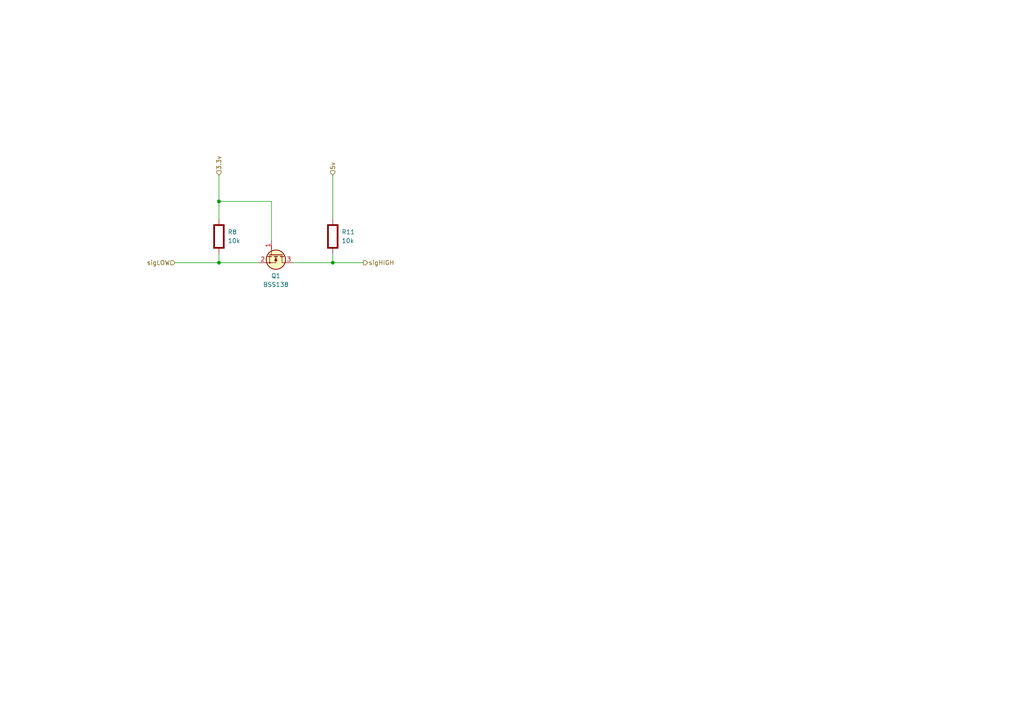
<source format=kicad_sch>
(kicad_sch (version 20250114) (generator "eeschema") (generator_version "9.0")
  (paper "A4")
  (lib_symbols
    (symbol "PCM_Elektuur:R" (pin_numbers (hide yes)) (pin_names (offset 0) (hide yes))
      (property "Reference" "R" (at 2.54 3.175 0))
      (property "Value" "R" (at 0 0 90))
      (symbol "R_1_1"
        (polyline (pts (xy -1.524 -3.429) (xy 1.524 -3.429) (xy 1.524 3.429) (xy -1.524 3.429) (xy -1.524 -3.429) (xy -1.27 -3.175) (xy -1.27 3.175) (xy 1.27 3.175) (xy 1.27 -3.175) (xy -1.27 -3.175) (xy -1.524 -3.429)) (stroke (width 0.254)) (fill (type outline)))
        (pin passive line (at 0 5.08 270) (length 1.651) (name "+") (number "1"))
        (pin passive line (at 0 -5.08 90) (length 1.651) (name "-") (number "2"))
      )
      (symbol "R_1_2"
        (polyline (pts (xy -0.508 -3.429) (xy 1.524 -3.429) (xy 1.524 3.429) (xy -0.508 3.429) (xy -0.508 3.175) (xy 1.27 3.175) (xy 1.27 -3.175) (xy -0.508 -3.175) (xy -0.508 -3.429)) (stroke (width 0.254)) (fill (type outline)))
        (pin passive line (at 0 5.08 270) (length 1.651) (name "+") (number "1"))
        (pin passive line (at 0 -5.08 90) (length 1.651) (name "-") (number "2"))
      )
      (symbol "R_1_3"
        (polyline (pts (xy 0 3.4798) (xy 0 3.2004) (xy 0.7112 2.794) (xy -1.1938 1.6764) (xy 0.7112 0.5588) (xy -1.1938 -0.5588) (xy 0.7112 -1.6764) (xy -1.1938 -2.794) (xy 0 -3.4798) (xy 0 -3.2004) (xy -0.7112 -2.794) (xy 1.1938 -1.6764) (xy -0.7112 -0.5588) (xy 1.1938 0.5588) (xy -0.7112 1.6764) (xy 1.1938 2.794) (xy 0 3.4798)) (stroke (width 0.254)) (fill (type outline)))
        (pin passive line (at 0 5.08 270) (length 1.6002) (name "+") (number "1"))
        (pin passive line (at 0 -5.08 90) (length 1.6002) (name "-") (number "2"))
      )
      (symbol "R_1_4"
        (polyline (pts (xy 0 4.5466) (xy 0 4.2672) (xy 0.0508 4.2418) (xy 1.016 3.683) (xy -1.524 2.2098) (xy 1.016 0.7366) (xy -1.524 -0.7366) (xy 1.016 -2.2098) (xy -1.524 -3.683) (xy -0.0762 -4.5212) (xy 0 -4.5466) (xy 0 -4.2672) (xy -0.0508 -4.2418) (xy -1.016 -3.683) (xy 1.524 -2.2098) (xy -1.016 -0.7366) (xy 1.524 0.7366) (xy -1.016 2.2098) (xy 1.524 3.683) (xy 0.0762 4.5212) (xy 0 4.5466)) (stroke (width 0.254)) (fill (type outline)))
        (pin passive line (at 0 5.08 270) (length 0.5334) (name "+") (number "1"))
        (pin passive line (at 0 -5.08 90) (length 0.5334) (name "-") (number "2"))
      )
    )
    (symbol "PCM_Transistor_MOSFET_AKL:BSS138" (pin_names (hide yes))
      (property "Reference" "Q" (at 5.08 1.27 0))
      (property "Value" "BSS138" (at 5.08 -1.27 0))
      (symbol "BSS138_0_1"
        (polyline (pts (xy 0.254 1.905) (xy 0.254 -1.905)) (stroke (width 0.254)))
        (polyline (pts (xy 0.254 -1.27) (xy -2.54 -1.27)))
        (polyline (pts (xy 0.762 2.286) (xy 0.762 1.27)) (stroke (width 0.254)))
        (polyline (pts (xy 0.762 0.508) (xy 0.762 -0.508)) (stroke (width 0.254)))
        (polyline (pts (xy 0.762 -1.27) (xy 0.762 -2.286)) (stroke (width 0.254)))
        (polyline (pts (xy 0.762 -1.778) (xy 2.54 -1.778)))
        (polyline (pts (xy 1.016 0) (xy 2.032 0.381) (xy 2.032 -0.381) (xy 1.016 0)) (fill (type outline)))
        (circle (center 1.651 0) (radius 2.794) (stroke (width 0.254)) (fill (type background)))
        (polyline (pts (xy 2.54 2.54) (xy 2.54 1.778)))
        (polyline (pts (xy 2.54 1.778) (xy 0.762 1.778)))
        (circle (center 2.54 -1.778) (radius 0.1778) (fill (type outline)))
        (polyline (pts (xy 2.54 -2.54) (xy 2.54 0) (xy 0.762 0)))
      )
      (symbol "BSS138_1_1"
        (pin input line (at -3.81 -1.27 0) (length 2.54) (name "G") (number "1"))
        (pin passive line (at 2.54 5.08 270) (length 2.54) (name "D") (number "3"))
        (pin passive line (at 2.54 -5.08 90) (length 2.54) (name "S") (number "2"))
      )
    )
  )
  (junction (at 63.5 76.2))
  (junction (at 63.5 58.42))
  (junction (at 96.52 76.2))
  (wire (pts (xy 63.5 58.42) (xy 63.5 63.5)))
  (wire (pts (xy 96.52 63.5) (xy 96.52 50.8)))
  (wire (pts (xy 50.8 76.2) (xy 63.5 76.2)))
  (wire (pts (xy 78.74 69.85) (xy 78.74 58.42)))
  (wire (pts (xy 96.52 76.2) (xy 105.41 76.2)))
  (wire (pts (xy 63.5 76.2) (xy 74.93 76.2)))
  (wire (pts (xy 63.5 73.66) (xy 63.5 76.2)))
  (wire (pts (xy 96.52 73.66) (xy 96.52 76.2)))
  (wire (pts (xy 78.74 58.42) (xy 63.5 58.42)))
  (wire (pts (xy 63.5 50.8) (xy 63.5 58.42)))
  (wire (pts (xy 85.09 76.2) (xy 96.52 76.2)))
  (hierarchical_label "5v" (shape input) (at 96.52 50.8 90))
  (hierarchical_label "sigLOW" (shape input) (at 50.8 76.2 180))
  (hierarchical_label "3.3v" (shape input) (at 63.5 50.8 90))
  (hierarchical_label "sigHIGH" (shape output) (at 105.41 76.2 0))
  (symbol (lib_id "PCM_Transistor_MOSFET_AKL:BSS138") (at 80.01 73.66 270) (unit 1)
    (property "Reference" "Q1" (at 80.01 80.01 90))
    (property "Value" "BSS138" (at 80.01 82.55 90))
    (property "Footprint" "PCM_Package_TO_SOT_SMD_AKL:SOT-23" (effects (hide yes)))
    (property "Datasheet" "https://www.tme.eu/Document/2b32cdd3c66afedbcd628e73d93ae817/BSS138-7-F.pdf" (effects (hide yes)))
    (property "Description" "SOT-23 N-MOSFET enchancement mode transistor, 50V, 200mA, 300mW, Alternate KiCAD Library" (effects (hide yes)))
  )
  (symbol (lib_id "PCM_Elektuur:R") (at 63.5 68.58 0) (unit 1)
    (property "Reference" "R8" (at 66.04 67.3099 0) (effects (justify left)))
    (property "Value" "10k" (at 66.04 69.8499 0) (effects (justify left)))
    (property "Footprint" "PCM_4ms_Resistor:R_0402" (effects (hide yes)))
    (property "Description" "resistor" (effects (hide yes)))
    (property "Indicator" "+" (effects (hide yes)))
    (property "Rating" "W" (effects (hide yes)))
  )
  (symbol (lib_id "PCM_Elektuur:R") (at 96.52 68.58 0) (unit 1)
    (property "Reference" "R11" (at 99.06 67.3099 0) (effects (justify left)))
    (property "Value" "10k" (at 99.06 69.8499 0) (effects (justify left)))
    (property "Footprint" "PCM_4ms_Resistor:R_0402" (effects (hide yes)))
    (property "Description" "resistor" (effects (hide yes)))
    (property "Indicator" "+" (effects (hide yes)))
    (property "Rating" "W" (effects (hide yes)))
  )
)
</source>
